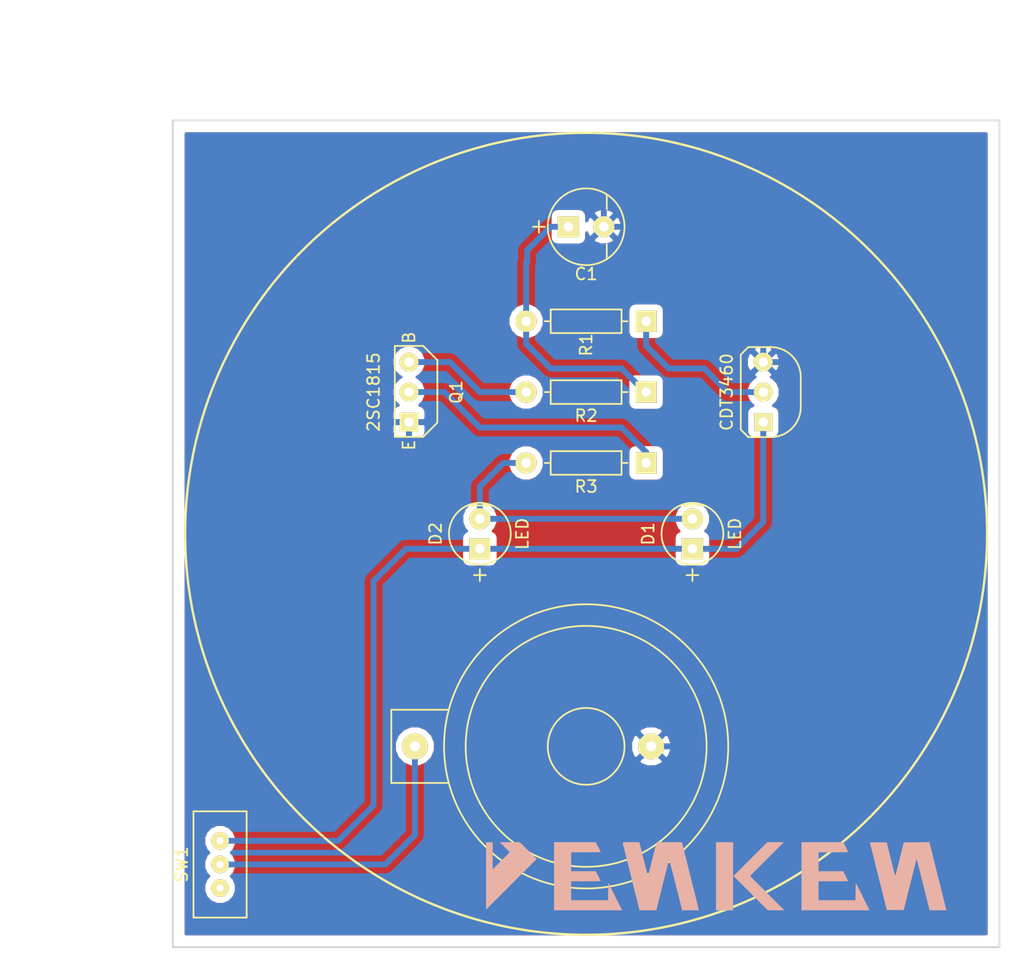
<source format=kicad_pcb>
(kicad_pcb (version 4) (host pcbnew 4.0.2-stable)

  (general
    (links 14)
    (no_connects 0)
    (area 98.000001 58.15 185.100001 140.100001)
    (thickness 1.6)
    (drawings 9)
    (tracks 59)
    (zones 0)
    (modules 11)
    (nets 10)
  )

  (page A4)
  (title_block
    (title "LED candle")
    (date 2016-06-27)
    (rev 0B)
    (company JA1YDU)
    (comment 1 rikougaku)
  )

  (layers
    (0 F.Cu signal)
    (31 B.Cu signal)
    (36 B.SilkS user)
    (37 F.SilkS user)
    (38 B.Mask user)
    (39 F.Mask user)
    (40 Dwgs.User user)
    (41 Cmts.User user)
    (44 Edge.Cuts user)
    (45 Margin user)
  )

  (setup
    (last_trace_width 0.5)
    (user_trace_width 0.25)
    (user_trace_width 0.5)
    (user_trace_width 0.8)
    (user_trace_width 1)
    (user_trace_width 1.25)
    (trace_clearance 0.2)
    (zone_clearance 0.508)
    (zone_45_only no)
    (trace_min 0.2)
    (segment_width 0.2)
    (edge_width 0.15)
    (via_size 0.6)
    (via_drill 0.4)
    (via_min_size 0.4)
    (via_min_drill 0.3)
    (uvia_size 0.3)
    (uvia_drill 0.1)
    (uvias_allowed no)
    (uvia_min_size 0.2)
    (uvia_min_drill 0.1)
    (pcb_text_width 0.3)
    (pcb_text_size 1.5 1.5)
    (mod_edge_width 0.15)
    (mod_text_size 1 1)
    (mod_text_width 0.15)
    (pad_size 1.524 1.524)
    (pad_drill 0.762)
    (pad_to_mask_clearance 0.2)
    (aux_axis_origin 113 68)
    (visible_elements FFFFFF7F)
    (pcbplotparams
      (layerselection 0x010f0_80000001)
      (usegerberextensions true)
      (excludeedgelayer true)
      (linewidth 0.100000)
      (plotframeref false)
      (viasonmask false)
      (mode 1)
      (useauxorigin false)
      (hpglpennumber 1)
      (hpglpenspeed 20)
      (hpglpendiameter 15)
      (hpglpenoverlay 2)
      (psnegative false)
      (psa4output false)
      (plotreference true)
      (plotvalue true)
      (plotinvisibletext false)
      (padsonsilk false)
      (subtractmaskfromsilk true)
      (outputformat 1)
      (mirror false)
      (drillshape 0)
      (scaleselection 1)
      (outputdirectory ""))
  )

  (net 0 "")
  (net 1 "Net-(BT1-Pad1)")
  (net 2 GND)
  (net 3 "Net-(C1-Pad1)")
  (net 4 "Net-(D1-Pad1)")
  (net 5 "Net-(D1-Pad2)")
  (net 6 "Net-(Q1-Pad2)")
  (net 7 "Net-(Q1-Pad3)")
  (net 8 "Net-(R1-Pad2)")
  (net 9 "Net-(SW1-Pad3)")

  (net_class Default "これは標準のネット クラスです。"
    (clearance 0.2)
    (trace_width 0.25)
    (via_dia 0.6)
    (via_drill 0.4)
    (uvia_dia 0.3)
    (uvia_drill 0.1)
    (add_net GND)
    (add_net "Net-(BT1-Pad1)")
    (add_net "Net-(C1-Pad1)")
    (add_net "Net-(D1-Pad1)")
    (add_net "Net-(D1-Pad2)")
    (add_net "Net-(Q1-Pad2)")
    (add_net "Net-(Q1-Pad3)")
    (add_net "Net-(R1-Pad2)")
    (add_net "Net-(SW1-Pad3)")
  )

  (net_class 0.5with ""
    (clearance 0.5)
    (trace_width 0.5)
    (via_dia 0.6)
    (via_drill 0.4)
    (uvia_dia 0.3)
    (uvia_drill 0.1)
  )

  (net_class 0.8with ""
    (clearance 0.3)
    (trace_width 0.8)
    (via_dia 0.6)
    (via_drill 0.4)
    (uvia_dia 0.3)
    (uvia_drill 0.1)
  )

  (module mylib:BS2032-C (layer F.Cu) (tedit 5770BFED) (tstamp 577135E2)
    (at 148 121 90)
    (path /576DF25E)
    (fp_text reference BT1 (at 0 13.97 90) (layer F.SilkS) hide
      (effects (font (size 1 1) (thickness 0.15)))
    )
    (fp_text value CR2032 (at 0 -17.78 90) (layer F.Fab) hide
      (effects (font (size 1 1) (thickness 0.15)))
    )
    (fp_line (start 3.1 -11.7) (end 3.1 -16.5) (layer F.SilkS) (width 0.15))
    (fp_line (start 3.1 -16.5) (end -3.1 -16.5) (layer F.SilkS) (width 0.15))
    (fp_line (start -3.1 -16.5) (end -3.1 -11.7) (layer F.SilkS) (width 0.15))
    (fp_circle (center 0 0) (end 11.45 3.7) (layer F.SilkS) (width 0.15))
    (fp_circle (center 0 0) (end 10.2 -0.1) (layer F.SilkS) (width 0.15))
    (fp_circle (center 0 0) (end 3.25 -0.03) (layer F.SilkS) (width 0.15))
    (pad 1 thru_hole circle (at 0 -14.5 90) (size 2.2 2.2) (drill 0.85) (layers *.Cu *.Mask F.SilkS)
      (net 1 "Net-(BT1-Pad1)"))
    (pad 2 thru_hole circle (at 0 5.5 90) (size 2.2 2.2) (drill 0.85) (layers *.Cu *.Mask F.SilkS)
      (net 2 GND))
  )

  (module mylib:CP3mm (layer F.Cu) (tedit 57713D6B) (tstamp 577135EE)
    (at 148 77)
    (path /576DECFB)
    (fp_text reference C1 (at 0 4) (layer F.SilkS)
      (effects (font (size 1 1) (thickness 0.15)))
    )
    (fp_text value 33u (at 0 -4) (layer F.Fab)
      (effects (font (size 1 1) (thickness 0.15)))
    )
    (fp_line (start 1.75 2.75) (end 1.75 1.5) (layer F.SilkS) (width 0.15))
    (fp_line (start 1.75 -2.75) (end 1.75 -1.5) (layer F.SilkS) (width 0.15))
    (fp_circle (center 0 0) (end 1.25 3) (layer F.SilkS) (width 0.15))
    (fp_line (start -4 -0.5) (end -4 0.5) (layer F.SilkS) (width 0.15))
    (fp_line (start -4.25 0) (end -4.5 0) (layer F.SilkS) (width 0.15))
    (fp_line (start -3.5 0) (end -4.25 0) (layer F.SilkS) (width 0.15))
    (pad 1 thru_hole rect (at -1.5 0) (size 1.8 1.8) (drill 0.8) (layers *.Cu *.Mask F.SilkS)
      (net 3 "Net-(C1-Pad1)"))
    (pad 2 thru_hole circle (at 1.5 0) (size 1.8 1.8) (drill 0.8) (layers *.Cu *.Mask F.SilkS)
      (net 2 GND))
  )

  (module mylib:LED3mm (layer F.Cu) (tedit 57713D9C) (tstamp 577135F8)
    (at 157 103 270)
    (path /576DEE90)
    (fp_text reference D1 (at 0 3.75 270) (layer F.SilkS)
      (effects (font (size 1 1) (thickness 0.15)))
    )
    (fp_text value LED (at 0 -3.6 270) (layer F.SilkS)
      (effects (font (size 1 1) (thickness 0.15)))
    )
    (fp_line (start -2.4 -1) (end -2.4 1) (layer F.SilkS) (width 0.15))
    (fp_line (start 3.5 -0.5) (end 3.5 0.5) (layer F.SilkS) (width 0.15))
    (fp_line (start 3 0) (end 4 0) (layer F.SilkS) (width 0.15))
    (fp_circle (center 0 0) (end 1.9 1.8) (layer F.SilkS) (width 0.15))
    (pad 1 thru_hole circle (at -1.27 0 270) (size 1.8 1.8) (drill 0.8) (layers *.Cu *.Mask F.SilkS)
      (net 4 "Net-(D1-Pad1)"))
    (pad 2 thru_hole rect (at 1.27 0 270) (size 1.8 1.8) (drill 0.8) (layers *.Cu *.Mask F.SilkS)
      (net 5 "Net-(D1-Pad2)"))
  )

  (module mylib:LED3mm (layer F.Cu) (tedit 57713DA8) (tstamp 57713602)
    (at 139 103 270)
    (path /576DEE5E)
    (fp_text reference D2 (at 0 3.75 270) (layer F.SilkS)
      (effects (font (size 1 1) (thickness 0.15)))
    )
    (fp_text value LED (at 0 -3.6 270) (layer F.SilkS)
      (effects (font (size 1 1) (thickness 0.15)))
    )
    (fp_line (start -2.4 -1) (end -2.4 1) (layer F.SilkS) (width 0.15))
    (fp_line (start 3.5 -0.5) (end 3.5 0.5) (layer F.SilkS) (width 0.15))
    (fp_line (start 3 0) (end 4 0) (layer F.SilkS) (width 0.15))
    (fp_circle (center 0 0) (end 1.9 1.8) (layer F.SilkS) (width 0.15))
    (pad 1 thru_hole circle (at -1.27 0 270) (size 1.8 1.8) (drill 0.8) (layers *.Cu *.Mask F.SilkS)
      (net 4 "Net-(D1-Pad1)"))
    (pad 2 thru_hole rect (at 1.27 0 270) (size 1.8 1.8) (drill 0.8) (layers *.Cu *.Mask F.SilkS)
      (net 5 "Net-(D1-Pad2)"))
  )

  (module mylib:TO-92transistor (layer F.Cu) (tedit 57713DB3) (tstamp 57713612)
    (at 133 91 90)
    (path /576DEDEE)
    (fp_text reference Q1 (at 0 4 90) (layer F.SilkS)
      (effects (font (size 1 1) (thickness 0.15)))
    )
    (fp_text value 2SC1815 (at 0 -3 90) (layer F.SilkS)
      (effects (font (size 1 1) (thickness 0.15)))
    )
    (fp_text user B (at 4.61 0 90) (layer F.SilkS)
      (effects (font (size 1 1) (thickness 0.15)))
    )
    (fp_text user E (at -4.49 0 90) (layer F.SilkS)
      (effects (font (size 1 1) (thickness 0.15)))
    )
    (fp_line (start 3.91 1.2) (end 2.71 2.4) (layer F.SilkS) (width 0.15))
    (fp_line (start 2.71 2.4) (end -2.59 2.4) (layer F.SilkS) (width 0.15))
    (fp_line (start -3.79 1.2) (end -2.59 2.4) (layer F.SilkS) (width 0.15))
    (fp_line (start -3.79 -1.2) (end -3.79 1.2) (layer F.SilkS) (width 0.15))
    (fp_line (start 0.01 -1.2) (end 3.91 -1.2) (layer F.SilkS) (width 0.15))
    (fp_line (start 3.91 -1.2) (end 3.91 1.2) (layer F.SilkS) (width 0.15))
    (fp_line (start 0.01 -1.2) (end -3.79 -1.2) (layer F.SilkS) (width 0.15))
    (pad 1 thru_hole rect (at -2.54 0 90) (size 1.6 1.6) (drill 0.8) (layers *.Cu *.Mask F.SilkS)
      (net 2 GND))
    (pad 2 thru_hole circle (at 0 0 90) (size 1.6 1.6) (drill 0.8) (layers *.Cu *.Mask F.SilkS)
      (net 6 "Net-(Q1-Pad2)"))
    (pad 3 thru_hole circle (at 2.54 0 90) (size 1.6 1.6) (drill 0.8) (layers *.Cu *.Mask F.SilkS)
      (net 7 "Net-(Q1-Pad3)"))
  )

  (module mylib:Rdenkensize (layer F.Cu) (tedit 577139A4) (tstamp 5771361E)
    (at 148 85)
    (path /576DEBF7)
    (fp_text reference R1 (at 0 2 90) (layer F.SilkS)
      (effects (font (size 1 1) (thickness 0.15)))
    )
    (fp_text value 100k (at 0 -2) (layer F.Fab) hide
      (effects (font (size 1 1) (thickness 0.15)))
    )
    (fp_line (start 3 0) (end 3.5 0) (layer F.SilkS) (width 0.15))
    (fp_line (start -3 0) (end -3.5 0) (layer F.SilkS) (width 0.15))
    (fp_line (start 3 1) (end -3 1) (layer F.SilkS) (width 0.15))
    (fp_line (start -3 1) (end -3 -1) (layer F.SilkS) (width 0.15))
    (fp_line (start 3 -1) (end 3 1) (layer F.SilkS) (width 0.15))
    (fp_line (start -3 -1) (end 3 -1) (layer F.SilkS) (width 0.15))
    (pad 1 thru_hole circle (at -5.08 0) (size 1.8 1.8) (drill 0.8) (layers *.Cu *.Mask F.SilkS)
      (net 3 "Net-(C1-Pad1)"))
    (pad 2 thru_hole rect (at 5.08 0) (size 1.8 1.8) (drill 0.8) (layers *.Cu *.Mask F.SilkS)
      (net 8 "Net-(R1-Pad2)"))
  )

  (module mylib:Rdenkensize (layer F.Cu) (tedit 577134C2) (tstamp 5771362A)
    (at 148 91)
    (path /576DECD2)
    (fp_text reference R2 (at 0 2) (layer F.SilkS)
      (effects (font (size 1 1) (thickness 0.15)))
    )
    (fp_text value 1k (at 0 -2) (layer F.Fab) hide
      (effects (font (size 1 1) (thickness 0.15)))
    )
    (fp_line (start 3 0) (end 3.5 0) (layer F.SilkS) (width 0.15))
    (fp_line (start -3 0) (end -3.5 0) (layer F.SilkS) (width 0.15))
    (fp_line (start 3 1) (end -3 1) (layer F.SilkS) (width 0.15))
    (fp_line (start -3 1) (end -3 -1) (layer F.SilkS) (width 0.15))
    (fp_line (start 3 -1) (end 3 1) (layer F.SilkS) (width 0.15))
    (fp_line (start -3 -1) (end 3 -1) (layer F.SilkS) (width 0.15))
    (pad 1 thru_hole circle (at -5.08 0) (size 1.8 1.8) (drill 0.8) (layers *.Cu *.Mask F.SilkS)
      (net 7 "Net-(Q1-Pad3)"))
    (pad 2 thru_hole rect (at 5.08 0) (size 1.8 1.8) (drill 0.8) (layers *.Cu *.Mask F.SilkS)
      (net 3 "Net-(C1-Pad1)"))
  )

  (module mylib:Rdenkensize (layer F.Cu) (tedit 577134C2) (tstamp 57713636)
    (at 148 97)
    (path /576DEE1F)
    (fp_text reference R3 (at 0 2) (layer F.SilkS)
      (effects (font (size 1 1) (thickness 0.15)))
    )
    (fp_text value 47 (at 0 -2) (layer F.Fab) hide
      (effects (font (size 1 1) (thickness 0.15)))
    )
    (fp_line (start 3 0) (end 3.5 0) (layer F.SilkS) (width 0.15))
    (fp_line (start -3 0) (end -3.5 0) (layer F.SilkS) (width 0.15))
    (fp_line (start 3 1) (end -3 1) (layer F.SilkS) (width 0.15))
    (fp_line (start -3 1) (end -3 -1) (layer F.SilkS) (width 0.15))
    (fp_line (start 3 -1) (end 3 1) (layer F.SilkS) (width 0.15))
    (fp_line (start -3 -1) (end 3 -1) (layer F.SilkS) (width 0.15))
    (pad 1 thru_hole circle (at -5.08 0) (size 1.8 1.8) (drill 0.8) (layers *.Cu *.Mask F.SilkS)
      (net 4 "Net-(D1-Pad1)"))
    (pad 2 thru_hole rect (at 5.08 0) (size 1.8 1.8) (drill 0.8) (layers *.Cu *.Mask F.SilkS)
      (net 6 "Net-(Q1-Pad2)"))
  )

  (module mylib:SS12D07-NL (layer F.Cu) (tedit 5770C2FC) (tstamp 57713643)
    (at 117 131 270)
    (path /576DF025)
    (fp_text reference SW1 (at 0 3.25 270) (layer F.SilkS)
      (effects (font (size 1 1) (thickness 0.15)))
    )
    (fp_text value SWITCH_INV (at 0 -3.25 270) (layer F.Fab) hide
      (effects (font (size 1 1) (thickness 0.15)))
    )
    (fp_line (start 0 -2.25) (end -4.5 -2.25) (layer F.SilkS) (width 0.15))
    (fp_line (start -4.5 -2.25) (end -4.5 2) (layer F.SilkS) (width 0.15))
    (fp_line (start -4.5 2) (end -4.5 2.25) (layer F.SilkS) (width 0.15))
    (fp_line (start -4.5 2.25) (end 4.5 2.25) (layer F.SilkS) (width 0.15))
    (fp_line (start 4.5 2.25) (end 4.5 -2.25) (layer F.SilkS) (width 0.15))
    (fp_line (start 4.5 -2.25) (end 0 -2.25) (layer F.SilkS) (width 0.15))
    (pad 1 thru_hole circle (at -2 0 270) (size 1.5 1.5) (drill 0.6) (layers *.Cu *.Mask F.SilkS)
      (net 5 "Net-(D1-Pad2)"))
    (pad 2 thru_hole circle (at 0 0 270) (size 1.5 1.5) (drill 0.6) (layers *.Cu *.Mask F.SilkS)
      (net 1 "Net-(BT1-Pad1)"))
    (pad 3 thru_hole circle (at 2 0 270) (size 1.5 1.5) (drill 0.6) (layers *.Cu *.Mask F.SilkS)
      (net 9 "Net-(SW1-Pad3)"))
  )

  (module mylib:CDT3460 (layer F.Cu) (tedit 57713D87) (tstamp 57713652)
    (at 163 91 90)
    (path /576DEB00)
    (fp_text reference U1 (at 0 4 90) (layer F.SilkS) hide
      (effects (font (size 1 1) (thickness 0.15)))
    )
    (fp_text value CDT3460 (at 0 -3.1 90) (layer F.SilkS)
      (effects (font (size 1 1) (thickness 0.15)))
    )
    (fp_line (start -3.175 -1.905) (end 3.175 -1.905) (layer F.SilkS) (width 0.15))
    (fp_line (start 3.175 -1.905) (end 3.81 -1.27) (layer F.SilkS) (width 0.15))
    (fp_line (start 3.81 -1.27) (end 3.81 0.635) (layer F.SilkS) (width 0.15))
    (fp_line (start -3.175 -1.905) (end -3.81 -1.27) (layer F.SilkS) (width 0.15))
    (fp_line (start -3.81 -1.27) (end -3.81 0.635) (layer F.SilkS) (width 0.15))
    (fp_line (start -1.27 3.175) (end 1.27 3.175) (layer F.SilkS) (width 0.15))
    (fp_arc (start 1.27 0.635) (end 3.81 0.635) (angle 90) (layer F.SilkS) (width 0.15))
    (fp_arc (start -1.27 0.635) (end -1.27 3.175) (angle 90) (layer F.SilkS) (width 0.15))
    (pad 1 thru_hole rect (at -2.54 0 90) (size 1.524 1.524) (drill 0.8) (layers *.Cu *.Mask F.SilkS)
      (net 5 "Net-(D1-Pad2)"))
    (pad 2 thru_hole circle (at 0 0 90) (size 1.6 1.6) (drill 0.8) (layers *.Cu *.Mask F.SilkS)
      (net 8 "Net-(R1-Pad2)"))
    (pad 3 thru_hole circle (at 2.54 0 90) (size 1.6 1.6) (drill 0.8) (layers *.Cu *.Mask F.SilkS)
      (net 2 GND))
  )

  (module mylib:DENKEN (layer B.Cu) (tedit 0) (tstamp 57713F93)
    (at 159 132)
    (fp_text reference G*** (at 0 0) (layer B.SilkS) hide
      (effects (font (thickness 0.3)) (justify mirror))
    )
    (fp_text value LOGO (at 0.75 0) (layer B.SilkS) hide
      (effects (font (thickness 0.3)) (justify mirror))
    )
    (fp_poly (pts (xy -15.197964 -1.459889) (xy -15.906432 -2.169277) (xy -16.6149 -2.878666) (xy -18.307579 -2.878666)
      (xy -17.885514 -2.455012) (xy -17.463449 -2.031357) (xy -18.193225 -1.301582) (xy -18.923 -0.571806)
      (xy -18.923 -2.878666) (xy -19.473334 -2.878666) (xy -19.473334 2.814853) (xy -15.197964 -1.459889)) (layer B.SilkS) (width 0.01))
    (fp_poly (pts (xy -9.122834 0.548553) (xy -9.134394 1.290277) (xy -9.145954 2.032) (xy -12.276667 2.032)
      (xy -12.276667 0.423334) (xy -11.027834 0.423334) (xy -10.712461 0.422664) (xy -10.426337 0.420769)
      (xy -10.179898 0.417822) (xy -9.983578 0.413994) (xy -9.847813 0.409458) (xy -9.783036 0.404385)
      (xy -9.779 0.402727) (xy -9.7967 0.358646) (xy -9.844569 0.25551) (xy -9.914764 0.109914)
      (xy -9.979055 -0.020606) (xy -10.179109 -0.423333) (xy -12.276667 -0.423333) (xy -12.276667 -2.032)
      (xy -11.027834 -2.032) (xy -10.712461 -2.032669) (xy -10.426337 -2.034564) (xy -10.179898 -2.037511)
      (xy -9.983578 -2.041339) (xy -9.847813 -2.045876) (xy -9.783036 -2.050948) (xy -9.779 -2.052606)
      (xy -9.7967 -2.096687) (xy -9.844569 -2.199824) (xy -9.914764 -2.34542) (xy -9.979055 -2.47594)
      (xy -10.179109 -2.878666) (xy -13.716 -2.878666) (xy -13.716 2.878667) (xy -7.958868 2.878667)
      (xy -9.122834 0.548553)) (layer B.SilkS) (width 0.01))
    (fp_poly (pts (xy -4.533868 0.772584) (xy -4.431621 0.36291) (xy -4.334808 -0.022677) (xy -4.245471 -0.376209)
      (xy -4.165649 -0.689717) (xy -4.097384 -0.955235) (xy -4.042716 -1.164793) (xy -4.003687 -1.310423)
      (xy -3.982336 -1.384159) (xy -3.979728 -1.390985) (xy -3.964107 -1.362312) (xy -3.930292 -1.258732)
      (xy -3.880269 -1.087568) (xy -3.816021 -0.85614) (xy -3.739531 -0.57177) (xy -3.652785 -0.241778)
      (xy -3.557766 0.126513) (xy -3.456459 0.525784) (xy -3.408976 0.715099) (xy -2.868263 2.878667)
      (xy -1.449802 2.878667) (xy -2.169522 0) (xy -2.889242 -2.878666) (xy -5.034404 -2.878666)
      (xy -5.07629 -2.719916) (xy -5.097101 -2.638597) (xy -5.135249 -2.487102) (xy -5.187736 -2.277445)
      (xy -5.251559 -2.021639) (xy -5.323717 -1.731695) (xy -5.401212 -1.419626) (xy -5.417322 -1.354666)
      (xy -5.49461 -1.044634) (xy -5.566632 -0.758913) (xy -5.630544 -0.508533) (xy -5.683504 -0.304524)
      (xy -5.722667 -0.157919) (xy -5.745192 -0.079747) (xy -5.747891 -0.072187) (xy -5.766824 -0.089271)
      (xy -5.803468 -0.187347) (xy -5.857339 -0.364717) (xy -5.927951 -0.619684) (xy -6.014821 -0.950552)
      (xy -6.117463 -1.355623) (xy -6.137862 -1.437437) (xy -6.496411 -2.878666) (xy -7.209225 -2.878666)
      (xy -7.470242 -2.878074) (xy -7.657957 -2.875486) (xy -7.783734 -2.869682) (xy -7.858935 -2.859443)
      (xy -7.894921 -2.84355) (xy -7.903056 -2.820784) (xy -7.899682 -2.804583) (xy -7.885779 -2.75154)
      (xy -7.853199 -2.62345) (xy -7.803724 -2.427426) (xy -7.739138 -2.170577) (xy -7.661223 -1.860014)
      (xy -7.571765 -1.502848) (xy -7.472545 -1.106189) (xy -7.365349 -0.67715) (xy -7.251958 -0.22284)
      (xy -7.217494 -0.084666) (xy -7.101911 0.378663) (xy -6.991476 0.821073) (xy -6.888044 1.235153)
      (xy -6.793469 1.613493) (xy -6.709606 1.94868) (xy -6.63831 2.233303) (xy -6.581434 2.459952)
      (xy -6.540834 2.621215) (xy -6.518364 2.709681) (xy -6.515701 2.719917) (xy -6.473737 2.878667)
      (xy -5.057968 2.878667) (xy -4.533868 0.772584)) (layer B.SilkS) (width 0.01))
    (fp_poly (pts (xy 1.439333 -2.878666) (xy 0 -2.878666) (xy 0 2.878667) (xy 1.439333 2.878667)
      (xy 1.439333 -2.878666)) (layer B.SilkS) (width 0.01))
    (fp_poly (pts (xy 2.878815 -0.021471) (xy 4.307412 -1.450069) (xy 5.736009 -2.878666) (xy 4.338699 -2.878666)
      (xy 2.910183 -1.449686) (xy 1.481666 -0.020706) (xy 2.93181 1.428981) (xy 4.381953 2.878667)
      (xy 5.778039 2.878667) (xy 2.878815 -0.021471)) (layer B.SilkS) (width 0.01))
    (fp_poly (pts (xy 11.832166 0.548553) (xy 11.820606 1.290277) (xy 11.809046 2.032) (xy 8.678333 2.032)
      (xy 8.678333 0.423334) (xy 9.927166 0.423334) (xy 10.242539 0.422664) (xy 10.528663 0.420769)
      (xy 10.775102 0.417822) (xy 10.971422 0.413994) (xy 11.107187 0.409458) (xy 11.171964 0.404385)
      (xy 11.176 0.402727) (xy 11.1583 0.358646) (xy 11.110431 0.25551) (xy 11.040236 0.109914)
      (xy 10.975945 -0.020606) (xy 10.775891 -0.423333) (xy 8.678333 -0.423333) (xy 8.678333 -2.032)
      (xy 9.927166 -2.032) (xy 10.242539 -2.032669) (xy 10.528663 -2.034564) (xy 10.775102 -2.037511)
      (xy 10.971422 -2.041339) (xy 11.107187 -2.045876) (xy 11.171964 -2.050948) (xy 11.176 -2.052606)
      (xy 11.1583 -2.096687) (xy 11.110431 -2.199824) (xy 11.040236 -2.34542) (xy 10.975945 -2.47594)
      (xy 10.775891 -2.878666) (xy 7.239 -2.878666) (xy 7.239 2.878667) (xy 12.996132 2.878667)
      (xy 11.832166 0.548553)) (layer B.SilkS) (width 0.01))
    (fp_poly (pts (xy 18.065406 -2.880073) (xy 16.983409 -2.868786) (xy 15.901412 -2.8575) (xy 15.554078 -1.468566)
      (xy 15.471086 -1.138721) (xy 15.393817 -0.835486) (xy 15.324813 -0.56854) (xy 15.266616 -0.347565)
      (xy 15.221768 -0.182239) (xy 15.192812 -0.082244) (xy 15.183099 -0.055987) (xy 15.1578 -0.074177)
      (xy 15.129452 -0.150821) (xy 15.1287 -0.153754) (xy 15.111015 -0.224052) (xy 15.075553 -0.365411)
      (xy 15.025087 -0.566759) (xy 14.962393 -0.817023) (xy 14.890243 -1.10513) (xy 14.811413 -1.420008)
      (xy 14.774788 -1.566333) (xy 14.451629 -2.8575) (xy 13.745148 -2.869106) (xy 13.511432 -2.871092)
      (xy 13.310501 -2.869259) (xy 13.156187 -2.864023) (xy 13.062325 -2.8558) (xy 13.03992 -2.84794)
      (xy 13.050164 -2.802393) (xy 13.079357 -2.681443) (xy 13.125832 -2.491808) (xy 13.187924 -2.240202)
      (xy 13.263967 -1.933342) (xy 13.352294 -1.577944) (xy 13.45124 -1.180725) (xy 13.559138 -0.748401)
      (xy 13.674323 -0.287687) (xy 13.751646 0.021167) (xy 14.462119 2.8575) (xy 15.890881 2.8575)
      (xy 16.428676 0.706626) (xy 16.532008 0.294256) (xy 16.629426 -0.092768) (xy 16.718966 -0.446768)
      (xy 16.798665 -0.760067) (xy 16.86656 -1.024987) (xy 16.92069 -1.23385) (xy 16.95909 -1.378979)
      (xy 16.979799 -1.452695) (xy 16.982689 -1.460467) (xy 16.995703 -1.423783) (xy 17.02713 -1.312398)
      (xy 17.075031 -1.133792) (xy 17.137468 -0.895449) (xy 17.212502 -0.604851) (xy 17.298195 -0.26948)
      (xy 17.392609 0.103181) (xy 17.493805 0.50565) (xy 17.542662 0.70099) (xy 18.086414 2.878667)
      (xy 19.505198 2.878667) (xy 18.065406 -2.880073)) (layer B.SilkS) (width 0.01))
  )

  (gr_circle (center 148 103) (end 156 136) (layer F.SilkS) (width 0.2))
  (gr_line (start 111 103) (end 185 103) (angle 90) (layer Dwgs.User) (width 0.2))
  (gr_line (start 148 66) (end 148 140) (angle 90) (layer Dwgs.User) (width 0.2))
  (dimension 70 (width 0.3) (layer Dwgs.User)
    (gr_text "70.000 mm" (at 148 59.65) (layer Dwgs.User)
      (effects (font (size 1.5 1.5) (thickness 0.3)))
    )
    (feature1 (pts (xy 183 66) (xy 183 58.3)))
    (feature2 (pts (xy 113 66) (xy 113 58.3)))
    (crossbar (pts (xy 113 61) (xy 183 61)))
    (arrow1a (pts (xy 183 61) (xy 181.873496 61.586421)))
    (arrow1b (pts (xy 183 61) (xy 181.873496 60.413579)))
    (arrow2a (pts (xy 113 61) (xy 114.126504 61.586421)))
    (arrow2b (pts (xy 113 61) (xy 114.126504 60.413579)))
  )
  (dimension 70 (width 0.3) (layer Dwgs.User)
    (gr_text "70.000 mm" (at 104.65 103 270) (layer Dwgs.User)
      (effects (font (size 1.5 1.5) (thickness 0.3)))
    )
    (feature1 (pts (xy 111 138) (xy 103.3 138)))
    (feature2 (pts (xy 111 68) (xy 103.3 68)))
    (crossbar (pts (xy 106 68) (xy 106 138)))
    (arrow1a (pts (xy 106 138) (xy 105.413579 136.873496)))
    (arrow1b (pts (xy 106 138) (xy 106.586421 136.873496)))
    (arrow2a (pts (xy 106 68) (xy 105.413579 69.126504)))
    (arrow2b (pts (xy 106 68) (xy 106.586421 69.126504)))
  )
  (gr_line (start 183 68) (end 113 68) (angle 90) (layer Edge.Cuts) (width 0.15))
  (gr_line (start 183 138) (end 183 68) (angle 90) (layer Edge.Cuts) (width 0.15))
  (gr_line (start 113 138) (end 183 138) (angle 90) (layer Edge.Cuts) (width 0.15))
  (gr_line (start 113 68) (end 113 138) (angle 90) (layer Edge.Cuts) (width 0.15))

  (segment (start 117 131) (end 131 131) (width 0.5) (layer B.Cu) (net 1))
  (segment (start 133.5 128.5) (end 133.5 121) (width 0.5) (layer B.Cu) (net 1) (tstamp 57713C12))
  (segment (start 131 131) (end 133.5 128.5) (width 0.5) (layer B.Cu) (net 1) (tstamp 57713C10))
  (segment (start 166 121) (end 153.5 121) (width 0.5) (layer B.Cu) (net 2) (tstamp 57713C40))
  (segment (start 169 118) (end 166 121) (width 0.5) (layer B.Cu) (net 2) (tstamp 57713C3E))
  (segment (start 169 91) (end 169 118) (width 0.5) (layer B.Cu) (net 2) (tstamp 57713C3C))
  (segment (start 166.46 88.46) (end 169 91) (width 0.5) (layer B.Cu) (net 2) (tstamp 57713C3A))
  (segment (start 163 88.46) (end 166.46 88.46) (width 0.5) (layer B.Cu) (net 2))
  (segment (start 149.5 77) (end 159 77) (width 0.5) (layer B.Cu) (net 2))
  (segment (start 163 81) (end 163 88.46) (width 0.5) (layer B.Cu) (net 2) (tstamp 57713C36))
  (segment (start 159 77) (end 163 81) (width 0.5) (layer B.Cu) (net 2) (tstamp 57713C34))
  (segment (start 147 73) (end 148 73) (width 0.5) (layer B.Cu) (net 2))
  (segment (start 128 76) (end 131 73) (width 0.5) (layer B.Cu) (net 2) (tstamp 57713C2B))
  (segment (start 131 73) (end 147 73) (width 0.5) (layer B.Cu) (net 2) (tstamp 57713C2C))
  (segment (start 133 93.54) (end 129.54 93.54) (width 0.5) (layer B.Cu) (net 2))
  (segment (start 128 92) (end 128 77) (width 0.5) (layer B.Cu) (net 2) (tstamp 57713C28))
  (segment (start 129.54 93.54) (end 128 92) (width 0.5) (layer B.Cu) (net 2) (tstamp 57713C26))
  (segment (start 128 77) (end 128 76) (width 0.5) (layer B.Cu) (net 2))
  (segment (start 149.5 74.5) (end 149.5 77) (width 0.5) (layer B.Cu) (net 2) (tstamp 57713C31))
  (segment (start 148 73) (end 149.5 74.5) (width 0.5) (layer B.Cu) (net 2) (tstamp 57713C30))
  (segment (start 146.5 77) (end 145 77) (width 0.5) (layer B.Cu) (net 3))
  (segment (start 143 79) (end 145 77) (width 0.5) (layer B.Cu) (net 3) (tstamp 57713BF6))
  (segment (start 143 79) (end 143 80) (width 0.5) (layer B.Cu) (net 3))
  (segment (start 143 80) (end 142.92 80.08) (width 0.5) (layer B.Cu) (net 3))
  (segment (start 142.92 80.08) (end 143 80) (width 0.5) (layer B.Cu) (net 3) (tstamp 57713BF1))
  (segment (start 142.92 85) (end 142.92 80.08) (width 0.5) (layer B.Cu) (net 3))
  (segment (start 143 87) (end 145 89) (width 0.5) (layer B.Cu) (net 3))
  (segment (start 151 89) (end 153 91) (width 0.5) (layer B.Cu) (net 3) (tstamp 57713BED))
  (segment (start 145 89) (end 151 89) (width 0.5) (layer B.Cu) (net 3) (tstamp 57713BEC))
  (segment (start 153 91) (end 153.08 91) (width 0.5) (layer B.Cu) (net 3) (tstamp 57713BEE))
  (segment (start 143 87) (end 142.92 86.92) (width 0.5) (layer B.Cu) (net 3))
  (segment (start 142.92 86.92) (end 143 87) (width 0.5) (layer B.Cu) (net 3) (tstamp 57713BE7))
  (segment (start 142.92 85) (end 142.92 86.92) (width 0.5) (layer B.Cu) (net 3))
  (segment (start 139 101.73) (end 139 99) (width 0.5) (layer B.Cu) (net 4))
  (segment (start 141 97) (end 142.92 97) (width 0.5) (layer B.Cu) (net 4) (tstamp 57713BD6))
  (segment (start 139 99) (end 141 97) (width 0.5) (layer B.Cu) (net 4) (tstamp 57713BD5))
  (segment (start 139 101.73) (end 157 101.73) (width 0.5) (layer B.Cu) (net 4))
  (segment (start 117 129) (end 127 129) (width 0.5) (layer B.Cu) (net 5))
  (segment (start 132.73 104.27) (end 139 104.27) (width 0.5) (layer B.Cu) (net 5) (tstamp 57713C1A))
  (segment (start 130 107) (end 132.73 104.27) (width 0.5) (layer B.Cu) (net 5) (tstamp 57713C18))
  (segment (start 130 126) (end 130 107) (width 0.5) (layer B.Cu) (net 5) (tstamp 57713C17))
  (segment (start 127 129) (end 130 126) (width 0.5) (layer B.Cu) (net 5) (tstamp 57713C16))
  (segment (start 163 93.54) (end 163 102) (width 0.5) (layer B.Cu) (net 5))
  (segment (start 160.73 104.27) (end 157 104.27) (width 0.5) (layer B.Cu) (net 5) (tstamp 57713BFF))
  (segment (start 163 102) (end 160.73 104.27) (width 0.5) (layer B.Cu) (net 5) (tstamp 57713BFD))
  (segment (start 139 104.27) (end 157 104.27) (width 0.5) (layer B.Cu) (net 5))
  (segment (start 139 94) (end 136 91) (width 0.5) (layer B.Cu) (net 6))
  (segment (start 153.08 97) (end 153.08 96.08) (width 0.5) (layer B.Cu) (net 6))
  (segment (start 153.08 96.08) (end 151 94) (width 0.5) (layer B.Cu) (net 6) (tstamp 57713BD9))
  (segment (start 139 94) (end 151 94) (width 0.5) (layer B.Cu) (net 6))
  (segment (start 136 91) (end 133 91) (width 0.5) (layer B.Cu) (net 6) (tstamp 57713BDE))
  (segment (start 142.92 91) (end 139 91) (width 0.5) (layer B.Cu) (net 7))
  (segment (start 136.46 88.46) (end 133 88.46) (width 0.5) (layer B.Cu) (net 7) (tstamp 57713BE2))
  (segment (start 139 91) (end 136.46 88.46) (width 0.5) (layer B.Cu) (net 7) (tstamp 57713BE1))
  (segment (start 158 89) (end 155 89) (width 0.5) (layer B.Cu) (net 8))
  (segment (start 153.08 85) (end 153.08 87.08) (width 0.5) (layer B.Cu) (net 8))
  (segment (start 153.08 87.08) (end 155 89) (width 0.5) (layer B.Cu) (net 8) (tstamp 57713C04))
  (segment (start 160 91) (end 158 89) (width 0.5) (layer B.Cu) (net 8) (tstamp 57713C0B))
  (segment (start 160 91) (end 163 91) (width 0.5) (layer B.Cu) (net 8))

  (zone (net 2) (net_name GND) (layer B.Cu) (tstamp 57713CDB) (hatch edge 0.508)
    (connect_pads (clearance 0.508))
    (min_thickness 0.254)
    (fill yes (arc_segments 16) (thermal_gap 0.508) (thermal_bridge_width 0.508))
    (polygon
      (pts
        (xy 182 137) (xy 114 137) (xy 114 69) (xy 182 69) (xy 182 137)
      )
    )
    (filled_polygon
      (pts
        (xy 181.873 136.873) (xy 114.127 136.873) (xy 114.127 129.274285) (xy 115.61476 129.274285) (xy 115.825169 129.783515)
        (xy 116.041313 130.000036) (xy 115.826539 130.214436) (xy 115.615241 130.723298) (xy 115.61476 131.274285) (xy 115.825169 131.783515)
        (xy 116.041313 132.000036) (xy 115.826539 132.214436) (xy 115.615241 132.723298) (xy 115.61476 133.274285) (xy 115.825169 133.783515)
        (xy 116.214436 134.173461) (xy 116.723298 134.384759) (xy 117.274285 134.38524) (xy 117.783515 134.174831) (xy 118.173461 133.785564)
        (xy 118.384759 133.276702) (xy 118.38524 132.725715) (xy 118.174831 132.216485) (xy 117.958687 131.999964) (xy 118.073852 131.885)
        (xy 130.999995 131.885) (xy 131 131.885001) (xy 131.300789 131.825169) (xy 131.338675 131.817633) (xy 131.62579 131.62579)
        (xy 134.125787 129.125792) (xy 134.12579 129.12579) (xy 134.317633 128.838675) (xy 134.340583 128.723298) (xy 134.385001 128.5)
        (xy 134.385 128.499995) (xy 134.385 122.511598) (xy 134.481515 122.471719) (xy 134.728797 122.224868) (xy 152.454737 122.224868)
        (xy 152.565641 122.502099) (xy 153.211593 122.745323) (xy 153.901453 122.722836) (xy 154.434359 122.502099) (xy 154.545263 122.224868)
        (xy 153.5 121.179605) (xy 152.454737 122.224868) (xy 134.728797 122.224868) (xy 134.970004 121.984082) (xy 135.234699 121.346627)
        (xy 135.235252 120.711593) (xy 151.754677 120.711593) (xy 151.777164 121.401453) (xy 151.997901 121.934359) (xy 152.275132 122.045263)
        (xy 153.320395 121) (xy 153.679605 121) (xy 154.724868 122.045263) (xy 155.002099 121.934359) (xy 155.245323 121.288407)
        (xy 155.222836 120.598547) (xy 155.002099 120.065641) (xy 154.724868 119.954737) (xy 153.679605 121) (xy 153.320395 121)
        (xy 152.275132 119.954737) (xy 151.997901 120.065641) (xy 151.754677 120.711593) (xy 135.235252 120.711593) (xy 135.235301 120.656401)
        (xy 134.971719 120.018485) (xy 134.728791 119.775132) (xy 152.454737 119.775132) (xy 153.5 120.820395) (xy 154.545263 119.775132)
        (xy 154.434359 119.497901) (xy 153.788407 119.254677) (xy 153.098547 119.277164) (xy 152.565641 119.497901) (xy 152.454737 119.775132)
        (xy 134.728791 119.775132) (xy 134.484082 119.529996) (xy 133.846627 119.265301) (xy 133.156401 119.264699) (xy 132.518485 119.528281)
        (xy 132.029996 120.015918) (xy 131.765301 120.653373) (xy 131.764699 121.343599) (xy 132.028281 121.981515) (xy 132.515918 122.470004)
        (xy 132.615 122.511147) (xy 132.615 128.133421) (xy 130.63342 130.115) (xy 118.073523 130.115) (xy 117.958687 129.999964)
        (xy 118.073852 129.885) (xy 126.999995 129.885) (xy 127 129.885001) (xy 127.300789 129.825169) (xy 127.338675 129.817633)
        (xy 127.62579 129.62579) (xy 130.625787 126.625792) (xy 130.62579 126.62579) (xy 130.817633 126.338675) (xy 130.82881 126.282484)
        (xy 130.885001 126) (xy 130.885 125.999995) (xy 130.885 107.36658) (xy 133.096579 105.155) (xy 137.45256 105.155)
        (xy 137.45256 105.17) (xy 137.496838 105.405317) (xy 137.63591 105.621441) (xy 137.84811 105.766431) (xy 138.1 105.81744)
        (xy 139.9 105.81744) (xy 140.135317 105.773162) (xy 140.351441 105.63409) (xy 140.496431 105.42189) (xy 140.54744 105.17)
        (xy 140.54744 105.155) (xy 155.45256 105.155) (xy 155.45256 105.17) (xy 155.496838 105.405317) (xy 155.63591 105.621441)
        (xy 155.84811 105.766431) (xy 156.1 105.81744) (xy 157.9 105.81744) (xy 158.135317 105.773162) (xy 158.351441 105.63409)
        (xy 158.496431 105.42189) (xy 158.54744 105.17) (xy 158.54744 105.155) (xy 160.729995 105.155) (xy 160.73 105.155001)
        (xy 161.012484 105.09881) (xy 161.068675 105.087633) (xy 161.35579 104.89579) (xy 163.625787 102.625792) (xy 163.62579 102.62579)
        (xy 163.817633 102.338675) (xy 163.87134 102.068675) (xy 163.885001 102) (xy 163.885 101.999995) (xy 163.885 94.926296)
        (xy 163.997317 94.905162) (xy 164.213441 94.76609) (xy 164.358431 94.55389) (xy 164.40944 94.302) (xy 164.40944 92.778)
        (xy 164.365162 92.542683) (xy 164.22609 92.326559) (xy 164.01389 92.181569) (xy 163.875591 92.153563) (xy 164.215824 91.813923)
        (xy 164.43475 91.286691) (xy 164.435248 90.715813) (xy 164.217243 90.1882) (xy 163.813923 89.784176) (xy 163.699232 89.736552)
        (xy 163.754005 89.713864) (xy 163.828139 89.467745) (xy 163 88.639605) (xy 162.171861 89.467745) (xy 162.245995 89.713864)
        (xy 162.304254 89.734805) (xy 162.1882 89.782757) (xy 161.855377 90.115) (xy 160.366579 90.115) (xy 158.62579 88.37421)
        (xy 158.485385 88.280395) (xy 158.429753 88.243223) (xy 161.553035 88.243223) (xy 161.580222 88.813454) (xy 161.746136 89.214005)
        (xy 161.992255 89.288139) (xy 162.820395 88.46) (xy 163.179605 88.46) (xy 164.007745 89.288139) (xy 164.253864 89.214005)
        (xy 164.446965 88.676777) (xy 164.419778 88.106546) (xy 164.253864 87.705995) (xy 164.007745 87.631861) (xy 163.179605 88.46)
        (xy 162.820395 88.46) (xy 161.992255 87.631861) (xy 161.746136 87.705995) (xy 161.553035 88.243223) (xy 158.429753 88.243223)
        (xy 158.338675 88.182367) (xy 158.282484 88.17119) (xy 158 88.114999) (xy 157.999995 88.115) (xy 155.366579 88.115)
        (xy 154.703835 87.452255) (xy 162.171861 87.452255) (xy 163 88.280395) (xy 163.828139 87.452255) (xy 163.754005 87.206136)
        (xy 163.216777 87.013035) (xy 162.646546 87.040222) (xy 162.245995 87.206136) (xy 162.171861 87.452255) (xy 154.703835 87.452255)
        (xy 153.965 86.71342) (xy 153.965 86.54744) (xy 153.98 86.54744) (xy 154.215317 86.503162) (xy 154.431441 86.36409)
        (xy 154.576431 86.15189) (xy 154.62744 85.9) (xy 154.62744 84.1) (xy 154.583162 83.864683) (xy 154.44409 83.648559)
        (xy 154.23189 83.503569) (xy 153.98 83.45256) (xy 152.18 83.45256) (xy 151.944683 83.496838) (xy 151.728559 83.63591)
        (xy 151.583569 83.84811) (xy 151.53256 84.1) (xy 151.53256 85.9) (xy 151.576838 86.135317) (xy 151.71591 86.351441)
        (xy 151.92811 86.496431) (xy 152.18 86.54744) (xy 152.195 86.54744) (xy 152.195 87.079995) (xy 152.194999 87.08)
        (xy 152.246454 87.338674) (xy 152.262367 87.418675) (xy 152.400756 87.62579) (xy 152.45421 87.70579) (xy 154.295351 89.54693)
        (xy 154.23189 89.503569) (xy 153.98 89.45256) (xy 152.704139 89.45256) (xy 151.62579 88.37421) (xy 151.485385 88.280395)
        (xy 151.338675 88.182367) (xy 151.282484 88.17119) (xy 151 88.114999) (xy 150.999995 88.115) (xy 145.366579 88.115)
        (xy 143.805 86.55342) (xy 143.805 86.285468) (xy 144.220551 85.870643) (xy 144.454733 85.30667) (xy 144.455265 84.696009)
        (xy 144.222068 84.131629) (xy 143.805 83.713831) (xy 143.805 80.357582) (xy 143.817633 80.338675) (xy 143.885001 80)
        (xy 143.885 79.999995) (xy 143.885 79.36658) (xy 145.043597 78.207982) (xy 145.13591 78.351441) (xy 145.34811 78.496431)
        (xy 145.6 78.54744) (xy 147.4 78.54744) (xy 147.635317 78.503162) (xy 147.851441 78.36409) (xy 147.996431 78.15189)
        (xy 148.010956 78.080159) (xy 148.599446 78.080159) (xy 148.685852 78.336643) (xy 149.259336 78.546458) (xy 149.86946 78.520839)
        (xy 150.314148 78.336643) (xy 150.400554 78.080159) (xy 149.5 77.179605) (xy 148.599446 78.080159) (xy 148.010956 78.080159)
        (xy 148.04744 77.9) (xy 148.04744 77.5343) (xy 148.163357 77.814148) (xy 148.419841 77.900554) (xy 149.320395 77)
        (xy 149.679605 77) (xy 150.580159 77.900554) (xy 150.836643 77.814148) (xy 151.046458 77.240664) (xy 151.020839 76.63054)
        (xy 150.836643 76.185852) (xy 150.580159 76.099446) (xy 149.679605 77) (xy 149.320395 77) (xy 148.419841 76.099446)
        (xy 148.163357 76.185852) (xy 148.04744 76.502686) (xy 148.04744 76.1) (xy 148.013541 75.919841) (xy 148.599446 75.919841)
        (xy 149.5 76.820395) (xy 150.400554 75.919841) (xy 150.314148 75.663357) (xy 149.740664 75.453542) (xy 149.13054 75.479161)
        (xy 148.685852 75.663357) (xy 148.599446 75.919841) (xy 148.013541 75.919841) (xy 148.003162 75.864683) (xy 147.86409 75.648559)
        (xy 147.65189 75.503569) (xy 147.4 75.45256) (xy 145.6 75.45256) (xy 145.364683 75.496838) (xy 145.148559 75.63591)
        (xy 145.003569 75.84811) (xy 144.95256 76.1) (xy 144.95256 76.124436) (xy 144.661325 76.182367) (xy 144.37421 76.37421)
        (xy 144.374208 76.374213) (xy 142.37421 78.37421) (xy 142.182367 78.661325) (xy 142.182367 78.661326) (xy 142.114999 79)
        (xy 142.115 79.000005) (xy 142.115 79.722418) (xy 142.102367 79.741325) (xy 142.102367 79.741326) (xy 142.034999 80.08)
        (xy 142.035 80.080005) (xy 142.035 83.714532) (xy 141.619449 84.129357) (xy 141.385267 84.69333) (xy 141.384735 85.303991)
        (xy 141.617932 85.868371) (xy 142.035 86.286169) (xy 142.035 86.919995) (xy 142.034999 86.92) (xy 142.066826 87.08)
        (xy 142.102367 87.258675) (xy 142.209275 87.418675) (xy 142.29421 87.54579) (xy 142.374208 87.625787) (xy 142.37421 87.62579)
        (xy 144.374208 89.625787) (xy 144.37421 89.62579) (xy 144.609129 89.782757) (xy 144.661325 89.817633) (xy 145 89.885001)
        (xy 145.000005 89.885) (xy 150.63342 89.885) (xy 151.53256 90.784139) (xy 151.53256 91.9) (xy 151.576838 92.135317)
        (xy 151.71591 92.351441) (xy 151.92811 92.496431) (xy 152.18 92.54744) (xy 153.98 92.54744) (xy 154.215317 92.503162)
        (xy 154.431441 92.36409) (xy 154.576431 92.15189) (xy 154.62744 91.9) (xy 154.62744 90.1) (xy 154.583162 89.864683)
        (xy 154.471095 89.690526) (xy 154.661325 89.817633) (xy 154.717516 89.82881) (xy 155 89.885001) (xy 155.000005 89.885)
        (xy 157.63342 89.885) (xy 159.374208 91.625787) (xy 159.37421 91.62579) (xy 159.652595 91.8118) (xy 159.661325 91.817633)
        (xy 160 91.885001) (xy 160.000005 91.885) (xy 161.855829 91.885) (xy 162.122632 92.152268) (xy 162.002683 92.174838)
        (xy 161.786559 92.31391) (xy 161.641569 92.52611) (xy 161.59056 92.778) (xy 161.59056 94.302) (xy 161.634838 94.537317)
        (xy 161.77391 94.753441) (xy 161.98611 94.898431) (xy 162.115 94.924532) (xy 162.115 101.633421) (xy 160.36342 103.385)
        (xy 158.54744 103.385) (xy 158.54744 103.37) (xy 158.503162 103.134683) (xy 158.36409 102.918559) (xy 158.15189 102.773569)
        (xy 158.131466 102.769433) (xy 158.300551 102.600643) (xy 158.534733 102.03667) (xy 158.535265 101.426009) (xy 158.302068 100.861629)
        (xy 157.870643 100.429449) (xy 157.30667 100.195267) (xy 156.696009 100.194735) (xy 156.131629 100.427932) (xy 155.713831 100.845)
        (xy 140.285468 100.845) (xy 139.885 100.443831) (xy 139.885 99.36658) (xy 141.366579 97.885) (xy 141.634532 97.885)
        (xy 142.049357 98.300551) (xy 142.61333 98.534733) (xy 143.223991 98.535265) (xy 143.788371 98.302068) (xy 144.220551 97.870643)
        (xy 144.454733 97.30667) (xy 144.455265 96.696009) (xy 144.222068 96.131629) (xy 143.790643 95.699449) (xy 143.22667 95.465267)
        (xy 142.616009 95.464735) (xy 142.051629 95.697932) (xy 141.633831 96.115) (xy 141.000005 96.115) (xy 141 96.114999)
        (xy 140.661325 96.182367) (xy 140.37421 96.37421) (xy 140.374208 96.374213) (xy 138.37421 98.37421) (xy 138.182367 98.661325)
        (xy 138.182367 98.661326) (xy 138.114999 99) (xy 138.115 99.000005) (xy 138.115 100.444532) (xy 137.699449 100.859357)
        (xy 137.465267 101.42333) (xy 137.464735 102.033991) (xy 137.697932 102.598371) (xy 137.86588 102.766613) (xy 137.864683 102.766838)
        (xy 137.648559 102.90591) (xy 137.503569 103.11811) (xy 137.45256 103.37) (xy 137.45256 103.385) (xy 132.730005 103.385)
        (xy 132.73 103.384999) (xy 132.447516 103.44119) (xy 132.391325 103.452367) (xy 132.10421 103.64421) (xy 132.104208 103.644213)
        (xy 129.37421 106.37421) (xy 129.182367 106.661325) (xy 129.182367 106.661326) (xy 129.114999 107) (xy 129.115 107.000005)
        (xy 129.115 125.633421) (xy 126.63342 128.115) (xy 118.073523 128.115) (xy 117.785564 127.826539) (xy 117.276702 127.615241)
        (xy 116.725715 127.61476) (xy 116.216485 127.825169) (xy 115.826539 128.214436) (xy 115.615241 128.723298) (xy 115.61476 129.274285)
        (xy 114.127 129.274285) (xy 114.127 93.82575) (xy 131.565 93.82575) (xy 131.565 94.466309) (xy 131.661673 94.699698)
        (xy 131.840301 94.878327) (xy 132.07369 94.975) (xy 132.71425 94.975) (xy 132.873 94.81625) (xy 132.873 93.667)
        (xy 133.127 93.667) (xy 133.127 94.81625) (xy 133.28575 94.975) (xy 133.92631 94.975) (xy 134.159699 94.878327)
        (xy 134.338327 94.699698) (xy 134.435 94.466309) (xy 134.435 93.82575) (xy 134.27625 93.667) (xy 133.127 93.667)
        (xy 132.873 93.667) (xy 131.72375 93.667) (xy 131.565 93.82575) (xy 114.127 93.82575) (xy 114.127 88.744187)
        (xy 131.564752 88.744187) (xy 131.782757 89.2718) (xy 132.186077 89.675824) (xy 132.316215 89.729862) (xy 132.1882 89.782757)
        (xy 131.784176 90.186077) (xy 131.56525 90.713309) (xy 131.564752 91.284187) (xy 131.782757 91.8118) (xy 132.075446 92.105)
        (xy 132.07369 92.105) (xy 131.840301 92.201673) (xy 131.661673 92.380302) (xy 131.565 92.613691) (xy 131.565 93.25425)
        (xy 131.72375 93.413) (xy 132.873 93.413) (xy 132.873 93.393) (xy 133.127 93.393) (xy 133.127 93.413)
        (xy 134.27625 93.413) (xy 134.435 93.25425) (xy 134.435 92.613691) (xy 134.338327 92.380302) (xy 134.159699 92.201673)
        (xy 133.92631 92.105) (xy 133.924239 92.105) (xy 134.144623 91.885) (xy 135.63342 91.885) (xy 138.374208 94.625787)
        (xy 138.37421 94.62579) (xy 138.661325 94.817633) (xy 138.717516 94.82881) (xy 139 94.885001) (xy 139.000005 94.885)
        (xy 150.63342 94.885) (xy 151.58883 95.84041) (xy 151.583569 95.84811) (xy 151.53256 96.1) (xy 151.53256 97.9)
        (xy 151.576838 98.135317) (xy 151.71591 98.351441) (xy 151.92811 98.496431) (xy 152.18 98.54744) (xy 153.98 98.54744)
        (xy 154.215317 98.503162) (xy 154.431441 98.36409) (xy 154.576431 98.15189) (xy 154.62744 97.9) (xy 154.62744 96.1)
        (xy 154.583162 95.864683) (xy 154.44409 95.648559) (xy 154.23189 95.503569) (xy 153.98 95.45256) (xy 153.704139 95.45256)
        (xy 151.62579 93.37421) (xy 151.446256 93.25425) (xy 151.338675 93.182367) (xy 151.282484 93.17119) (xy 151 93.114999)
        (xy 150.999995 93.115) (xy 139.366579 93.115) (xy 136.62579 90.37421) (xy 136.338675 90.182367) (xy 136.282484 90.17119)
        (xy 136 90.114999) (xy 135.999995 90.115) (xy 134.144171 90.115) (xy 133.813923 89.784176) (xy 133.683785 89.730138)
        (xy 133.8118 89.677243) (xy 134.144623 89.345) (xy 136.09342 89.345) (xy 138.374208 91.625787) (xy 138.37421 91.62579)
        (xy 138.661325 91.817633) (xy 139 91.885) (xy 141.634532 91.885) (xy 142.049357 92.300551) (xy 142.61333 92.534733)
        (xy 143.223991 92.535265) (xy 143.788371 92.302068) (xy 144.220551 91.870643) (xy 144.454733 91.30667) (xy 144.455265 90.696009)
        (xy 144.222068 90.131629) (xy 143.790643 89.699449) (xy 143.22667 89.465267) (xy 142.616009 89.464735) (xy 142.051629 89.697932)
        (xy 141.633831 90.115) (xy 139.366579 90.115) (xy 137.08579 87.83421) (xy 136.941251 87.737633) (xy 136.798675 87.642367)
        (xy 136.742484 87.63119) (xy 136.46 87.574999) (xy 136.459995 87.575) (xy 134.144171 87.575) (xy 133.813923 87.244176)
        (xy 133.286691 87.02525) (xy 132.715813 87.024752) (xy 132.1882 87.242757) (xy 131.784176 87.646077) (xy 131.56525 88.173309)
        (xy 131.564752 88.744187) (xy 114.127 88.744187) (xy 114.127 69.127) (xy 181.873 69.127)
      )
    )
  )
  (zone (net 0) (net_name "") (layer F.Cu) (tstamp 57713CF7) (hatch edge 0.508)
    (connect_pads (clearance 0.508))
    (min_thickness 0.254)
    (fill yes (arc_segments 16) (thermal_gap 0.508) (thermal_bridge_width 0.508))
    (polygon
      (pts
        (xy 182 137) (xy 114 137) (xy 114 69) (xy 182 69) (xy 182 137)
      )
    )
    (filled_polygon
      (pts
        (xy 181.873 136.873) (xy 114.127 136.873) (xy 114.127 129.274285) (xy 115.61476 129.274285) (xy 115.825169 129.783515)
        (xy 116.041313 130.000036) (xy 115.826539 130.214436) (xy 115.615241 130.723298) (xy 115.61476 131.274285) (xy 115.825169 131.783515)
        (xy 116.041313 132.000036) (xy 115.826539 132.214436) (xy 115.615241 132.723298) (xy 115.61476 133.274285) (xy 115.825169 133.783515)
        (xy 116.214436 134.173461) (xy 116.723298 134.384759) (xy 117.274285 134.38524) (xy 117.783515 134.174831) (xy 118.173461 133.785564)
        (xy 118.384759 133.276702) (xy 118.38524 132.725715) (xy 118.174831 132.216485) (xy 117.958687 131.999964) (xy 118.173461 131.785564)
        (xy 118.384759 131.276702) (xy 118.38524 130.725715) (xy 118.174831 130.216485) (xy 117.958687 129.999964) (xy 118.173461 129.785564)
        (xy 118.384759 129.276702) (xy 118.38524 128.725715) (xy 118.174831 128.216485) (xy 117.785564 127.826539) (xy 117.276702 127.615241)
        (xy 116.725715 127.61476) (xy 116.216485 127.825169) (xy 115.826539 128.214436) (xy 115.615241 128.723298) (xy 115.61476 129.274285)
        (xy 114.127 129.274285) (xy 114.127 121.343599) (xy 131.764699 121.343599) (xy 132.028281 121.981515) (xy 132.515918 122.470004)
        (xy 133.153373 122.734699) (xy 133.843599 122.735301) (xy 134.481515 122.471719) (xy 134.970004 121.984082) (xy 135.234699 121.346627)
        (xy 135.234701 121.343599) (xy 151.764699 121.343599) (xy 152.028281 121.981515) (xy 152.515918 122.470004) (xy 153.153373 122.734699)
        (xy 153.843599 122.735301) (xy 154.481515 122.471719) (xy 154.970004 121.984082) (xy 155.234699 121.346627) (xy 155.235301 120.656401)
        (xy 154.971719 120.018485) (xy 154.484082 119.529996) (xy 153.846627 119.265301) (xy 153.156401 119.264699) (xy 152.518485 119.528281)
        (xy 152.029996 120.015918) (xy 151.765301 120.653373) (xy 151.764699 121.343599) (xy 135.234701 121.343599) (xy 135.235301 120.656401)
        (xy 134.971719 120.018485) (xy 134.484082 119.529996) (xy 133.846627 119.265301) (xy 133.156401 119.264699) (xy 132.518485 119.528281)
        (xy 132.029996 120.015918) (xy 131.765301 120.653373) (xy 131.764699 121.343599) (xy 114.127 121.343599) (xy 114.127 103.37)
        (xy 137.45256 103.37) (xy 137.45256 105.17) (xy 137.496838 105.405317) (xy 137.63591 105.621441) (xy 137.84811 105.766431)
        (xy 138.1 105.81744) (xy 139.9 105.81744) (xy 140.135317 105.773162) (xy 140.351441 105.63409) (xy 140.496431 105.42189)
        (xy 140.54744 105.17) (xy 140.54744 103.37) (xy 155.45256 103.37) (xy 155.45256 105.17) (xy 155.496838 105.405317)
        (xy 155.63591 105.621441) (xy 155.84811 105.766431) (xy 156.1 105.81744) (xy 157.9 105.81744) (xy 158.135317 105.773162)
        (xy 158.351441 105.63409) (xy 158.496431 105.42189) (xy 158.54744 105.17) (xy 158.54744 103.37) (xy 158.503162 103.134683)
        (xy 158.36409 102.918559) (xy 158.15189 102.773569) (xy 158.131466 102.769433) (xy 158.300551 102.600643) (xy 158.534733 102.03667)
        (xy 158.535265 101.426009) (xy 158.302068 100.861629) (xy 157.870643 100.429449) (xy 157.30667 100.195267) (xy 156.696009 100.194735)
        (xy 156.131629 100.427932) (xy 155.699449 100.859357) (xy 155.465267 101.42333) (xy 155.464735 102.033991) (xy 155.697932 102.598371)
        (xy 155.86588 102.766613) (xy 155.864683 102.766838) (xy 155.648559 102.90591) (xy 155.503569 103.11811) (xy 155.45256 103.37)
        (xy 140.54744 103.37) (xy 140.503162 103.134683) (xy 140.36409 102.918559) (xy 140.15189 102.773569) (xy 140.131466 102.769433)
        (xy 140.300551 102.600643) (xy 140.534733 102.03667) (xy 140.535265 101.426009) (xy 140.302068 100.861629) (xy 139.870643 100.429449)
        (xy 139.30667 100.195267) (xy 138.696009 100.194735) (xy 138.131629 100.427932) (xy 137.699449 100.859357) (xy 137.465267 101.42333)
        (xy 137.464735 102.033991) (xy 137.697932 102.598371) (xy 137.86588 102.766613) (xy 137.864683 102.766838) (xy 137.648559 102.90591)
        (xy 137.503569 103.11811) (xy 137.45256 103.37) (xy 114.127 103.37) (xy 114.127 97.303991) (xy 141.384735 97.303991)
        (xy 141.617932 97.868371) (xy 142.049357 98.300551) (xy 142.61333 98.534733) (xy 143.223991 98.535265) (xy 143.788371 98.302068)
        (xy 144.220551 97.870643) (xy 144.454733 97.30667) (xy 144.455265 96.696009) (xy 144.222068 96.131629) (xy 144.190495 96.1)
        (xy 151.53256 96.1) (xy 151.53256 97.9) (xy 151.576838 98.135317) (xy 151.71591 98.351441) (xy 151.92811 98.496431)
        (xy 152.18 98.54744) (xy 153.98 98.54744) (xy 154.215317 98.503162) (xy 154.431441 98.36409) (xy 154.576431 98.15189)
        (xy 154.62744 97.9) (xy 154.62744 96.1) (xy 154.583162 95.864683) (xy 154.44409 95.648559) (xy 154.23189 95.503569)
        (xy 153.98 95.45256) (xy 152.18 95.45256) (xy 151.944683 95.496838) (xy 151.728559 95.63591) (xy 151.583569 95.84811)
        (xy 151.53256 96.1) (xy 144.190495 96.1) (xy 143.790643 95.699449) (xy 143.22667 95.465267) (xy 142.616009 95.464735)
        (xy 142.051629 95.697932) (xy 141.619449 96.129357) (xy 141.385267 96.69333) (xy 141.384735 97.303991) (xy 114.127 97.303991)
        (xy 114.127 92.74) (xy 131.55256 92.74) (xy 131.55256 94.34) (xy 131.596838 94.575317) (xy 131.73591 94.791441)
        (xy 131.94811 94.936431) (xy 132.2 94.98744) (xy 133.8 94.98744) (xy 134.035317 94.943162) (xy 134.251441 94.80409)
        (xy 134.396431 94.59189) (xy 134.44744 94.34) (xy 134.44744 92.74) (xy 134.403162 92.504683) (xy 134.26409 92.288559)
        (xy 134.05189 92.143569) (xy 133.913646 92.115574) (xy 134.215824 91.813923) (xy 134.427566 91.303991) (xy 141.384735 91.303991)
        (xy 141.617932 91.868371) (xy 142.049357 92.300551) (xy 142.61333 92.534733) (xy 143.223991 92.535265) (xy 143.788371 92.302068)
        (xy 144.220551 91.870643) (xy 144.454733 91.30667) (xy 144.455265 90.696009) (xy 144.222068 90.131629) (xy 144.190495 90.1)
        (xy 151.53256 90.1) (xy 151.53256 91.9) (xy 151.576838 92.135317) (xy 151.71591 92.351441) (xy 151.92811 92.496431)
        (xy 152.18 92.54744) (xy 153.98 92.54744) (xy 154.215317 92.503162) (xy 154.431441 92.36409) (xy 154.576431 92.15189)
        (xy 154.62744 91.9) (xy 154.62744 90.1) (xy 154.583162 89.864683) (xy 154.44409 89.648559) (xy 154.23189 89.503569)
        (xy 153.98 89.45256) (xy 152.18 89.45256) (xy 151.944683 89.496838) (xy 151.728559 89.63591) (xy 151.583569 89.84811)
        (xy 151.53256 90.1) (xy 144.190495 90.1) (xy 143.790643 89.699449) (xy 143.22667 89.465267) (xy 142.616009 89.464735)
        (xy 142.051629 89.697932) (xy 141.619449 90.129357) (xy 141.385267 90.69333) (xy 141.384735 91.303991) (xy 134.427566 91.303991)
        (xy 134.43475 91.286691) (xy 134.435248 90.715813) (xy 134.217243 90.1882) (xy 133.813923 89.784176) (xy 133.683785 89.730138)
        (xy 133.8118 89.677243) (xy 134.215824 89.273923) (xy 134.43475 88.746691) (xy 134.434752 88.744187) (xy 161.564752 88.744187)
        (xy 161.782757 89.2718) (xy 162.186077 89.675824) (xy 162.316215 89.729862) (xy 162.1882 89.782757) (xy 161.784176 90.186077)
        (xy 161.56525 90.713309) (xy 161.564752 91.284187) (xy 161.782757 91.8118) (xy 162.122632 92.152268) (xy 162.002683 92.174838)
        (xy 161.786559 92.31391) (xy 161.641569 92.52611) (xy 161.59056 92.778) (xy 161.59056 94.302) (xy 161.634838 94.537317)
        (xy 161.77391 94.753441) (xy 161.98611 94.898431) (xy 162.238 94.94944) (xy 163.762 94.94944) (xy 163.997317 94.905162)
        (xy 164.213441 94.76609) (xy 164.358431 94.55389) (xy 164.40944 94.302) (xy 164.40944 92.778) (xy 164.365162 92.542683)
        (xy 164.22609 92.326559) (xy 164.01389 92.181569) (xy 163.875591 92.153563) (xy 164.215824 91.813923) (xy 164.43475 91.286691)
        (xy 164.435248 90.715813) (xy 164.217243 90.1882) (xy 163.813923 89.784176) (xy 163.683785 89.730138) (xy 163.8118 89.677243)
        (xy 164.215824 89.273923) (xy 164.43475 88.746691) (xy 164.435248 88.175813) (xy 164.217243 87.6482) (xy 163.813923 87.244176)
        (xy 163.286691 87.02525) (xy 162.715813 87.024752) (xy 162.1882 87.242757) (xy 161.784176 87.646077) (xy 161.56525 88.173309)
        (xy 161.564752 88.744187) (xy 134.434752 88.744187) (xy 134.435248 88.175813) (xy 134.217243 87.6482) (xy 133.813923 87.244176)
        (xy 133.286691 87.02525) (xy 132.715813 87.024752) (xy 132.1882 87.242757) (xy 131.784176 87.646077) (xy 131.56525 88.173309)
        (xy 131.564752 88.744187) (xy 131.782757 89.2718) (xy 132.186077 89.675824) (xy 132.316215 89.729862) (xy 132.1882 89.782757)
        (xy 131.784176 90.186077) (xy 131.56525 90.713309) (xy 131.564752 91.284187) (xy 131.782757 91.8118) (xy 132.084688 92.114258)
        (xy 131.964683 92.136838) (xy 131.748559 92.27591) (xy 131.603569 92.48811) (xy 131.55256 92.74) (xy 114.127 92.74)
        (xy 114.127 85.303991) (xy 141.384735 85.303991) (xy 141.617932 85.868371) (xy 142.049357 86.300551) (xy 142.61333 86.534733)
        (xy 143.223991 86.535265) (xy 143.788371 86.302068) (xy 144.220551 85.870643) (xy 144.454733 85.30667) (xy 144.455265 84.696009)
        (xy 144.222068 84.131629) (xy 144.190495 84.1) (xy 151.53256 84.1) (xy 151.53256 85.9) (xy 151.576838 86.135317)
        (xy 151.71591 86.351441) (xy 151.92811 86.496431) (xy 152.18 86.54744) (xy 153.98 86.54744) (xy 154.215317 86.503162)
        (xy 154.431441 86.36409) (xy 154.576431 86.15189) (xy 154.62744 85.9) (xy 154.62744 84.1) (xy 154.583162 83.864683)
        (xy 154.44409 83.648559) (xy 154.23189 83.503569) (xy 153.98 83.45256) (xy 152.18 83.45256) (xy 151.944683 83.496838)
        (xy 151.728559 83.63591) (xy 151.583569 83.84811) (xy 151.53256 84.1) (xy 144.190495 84.1) (xy 143.790643 83.699449)
        (xy 143.22667 83.465267) (xy 142.616009 83.464735) (xy 142.051629 83.697932) (xy 141.619449 84.129357) (xy 141.385267 84.69333)
        (xy 141.384735 85.303991) (xy 114.127 85.303991) (xy 114.127 76.1) (xy 144.95256 76.1) (xy 144.95256 77.9)
        (xy 144.996838 78.135317) (xy 145.13591 78.351441) (xy 145.34811 78.496431) (xy 145.6 78.54744) (xy 147.4 78.54744)
        (xy 147.635317 78.503162) (xy 147.851441 78.36409) (xy 147.996431 78.15189) (xy 148.04744 77.9) (xy 148.04744 77.504152)
        (xy 148.197932 77.868371) (xy 148.629357 78.300551) (xy 149.19333 78.534733) (xy 149.803991 78.535265) (xy 150.368371 78.302068)
        (xy 150.800551 77.870643) (xy 151.034733 77.30667) (xy 151.035265 76.696009) (xy 150.802068 76.131629) (xy 150.370643 75.699449)
        (xy 149.80667 75.465267) (xy 149.196009 75.464735) (xy 148.631629 75.697932) (xy 148.199449 76.129357) (xy 148.04744 76.495435)
        (xy 148.04744 76.1) (xy 148.003162 75.864683) (xy 147.86409 75.648559) (xy 147.65189 75.503569) (xy 147.4 75.45256)
        (xy 145.6 75.45256) (xy 145.364683 75.496838) (xy 145.148559 75.63591) (xy 145.003569 75.84811) (xy 144.95256 76.1)
        (xy 114.127 76.1) (xy 114.127 69.127) (xy 181.873 69.127)
      )
    )
  )
)

</source>
